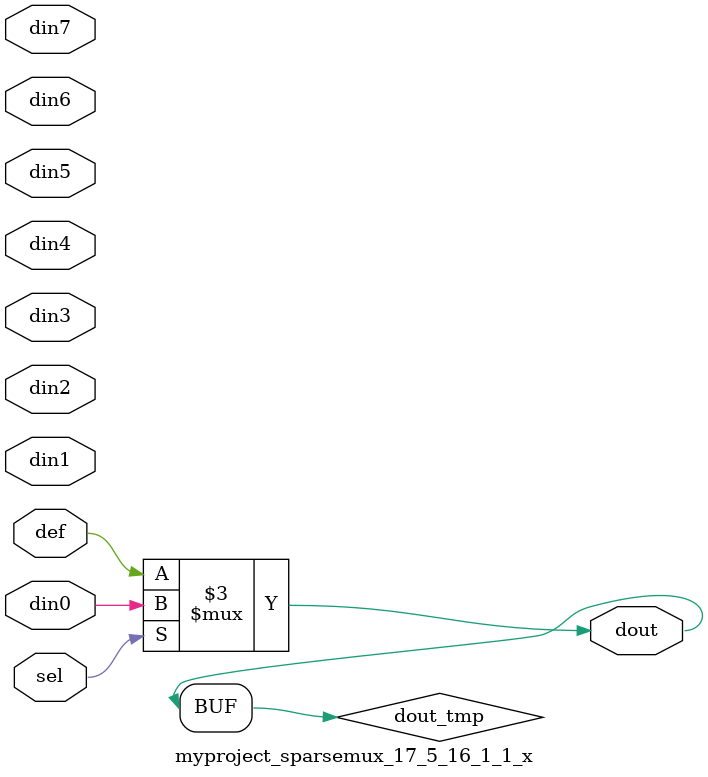
<source format=v>
`timescale 1ns / 1ps

module myproject_sparsemux_17_5_16_1_1_x (din0,din1,din2,din3,din4,din5,din6,din7,def,sel,dout);

parameter din0_WIDTH = 1;

parameter din1_WIDTH = 1;

parameter din2_WIDTH = 1;

parameter din3_WIDTH = 1;

parameter din4_WIDTH = 1;

parameter din5_WIDTH = 1;

parameter din6_WIDTH = 1;

parameter din7_WIDTH = 1;

parameter def_WIDTH = 1;
parameter sel_WIDTH = 1;
parameter dout_WIDTH = 1;

parameter [sel_WIDTH-1:0] CASE0 = 1;

parameter [sel_WIDTH-1:0] CASE1 = 1;

parameter [sel_WIDTH-1:0] CASE2 = 1;

parameter [sel_WIDTH-1:0] CASE3 = 1;

parameter [sel_WIDTH-1:0] CASE4 = 1;

parameter [sel_WIDTH-1:0] CASE5 = 1;

parameter [sel_WIDTH-1:0] CASE6 = 1;

parameter [sel_WIDTH-1:0] CASE7 = 1;

parameter ID = 1;
parameter NUM_STAGE = 1;



input [din0_WIDTH-1:0] din0;

input [din1_WIDTH-1:0] din1;

input [din2_WIDTH-1:0] din2;

input [din3_WIDTH-1:0] din3;

input [din4_WIDTH-1:0] din4;

input [din5_WIDTH-1:0] din5;

input [din6_WIDTH-1:0] din6;

input [din7_WIDTH-1:0] din7;

input [def_WIDTH-1:0] def;
input [sel_WIDTH-1:0] sel;

output [dout_WIDTH-1:0] dout;



reg [dout_WIDTH-1:0] dout_tmp;

always @ (*) begin
case (sel)
    
    CASE0 : dout_tmp = din0;
    
    CASE1 : dout_tmp = din1;
    
    CASE2 : dout_tmp = din2;
    
    CASE3 : dout_tmp = din3;
    
    CASE4 : dout_tmp = din4;
    
    CASE5 : dout_tmp = din5;
    
    CASE6 : dout_tmp = din6;
    
    CASE7 : dout_tmp = din7;
    
    default : dout_tmp = def;
endcase
end


assign dout = dout_tmp;



endmodule

</source>
